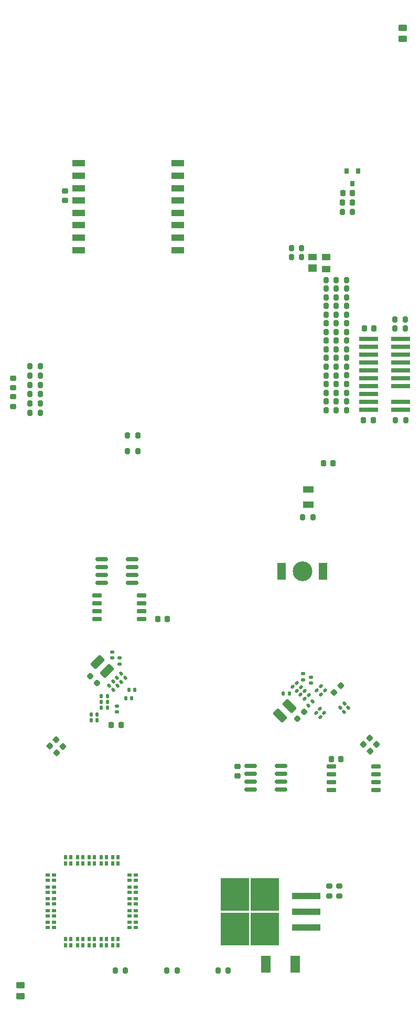
<source format=gbr>
%TF.GenerationSoftware,KiCad,Pcbnew,6.0.2*%
%TF.CreationDate,2022-02-16T12:43:48-06:00*%
%TF.ProjectId,FCB,4643422e-6b69-4636-9164-5f7063625858,A*%
%TF.SameCoordinates,Original*%
%TF.FileFunction,Paste,Bot*%
%TF.FilePolarity,Positive*%
%FSLAX46Y46*%
G04 Gerber Fmt 4.6, Leading zero omitted, Abs format (unit mm)*
G04 Created by KiCad (PCBNEW 6.0.2) date 2022-02-16 12:43:48*
%MOMM*%
%LPD*%
G01*
G04 APERTURE LIST*
G04 Aperture macros list*
%AMRoundRect*
0 Rectangle with rounded corners*
0 $1 Rounding radius*
0 $2 $3 $4 $5 $6 $7 $8 $9 X,Y pos of 4 corners*
0 Add a 4 corners polygon primitive as box body*
4,1,4,$2,$3,$4,$5,$6,$7,$8,$9,$2,$3,0*
0 Add four circle primitives for the rounded corners*
1,1,$1+$1,$2,$3*
1,1,$1+$1,$4,$5*
1,1,$1+$1,$6,$7*
1,1,$1+$1,$8,$9*
0 Add four rect primitives between the rounded corners*
20,1,$1+$1,$2,$3,$4,$5,0*
20,1,$1+$1,$4,$5,$6,$7,0*
20,1,$1+$1,$6,$7,$8,$9,0*
20,1,$1+$1,$8,$9,$2,$3,0*%
G04 Aperture macros list end*
%ADD10C,3.180000*%
%ADD11R,1.400000X2.790000*%
%ADD12RoundRect,0.225000X0.017678X-0.335876X0.335876X-0.017678X-0.017678X0.335876X-0.335876X0.017678X0*%
%ADD13RoundRect,0.200000X0.200000X0.275000X-0.200000X0.275000X-0.200000X-0.275000X0.200000X-0.275000X0*%
%ADD14RoundRect,0.200000X-0.200000X-0.275000X0.200000X-0.275000X0.200000X0.275000X-0.200000X0.275000X0*%
%ADD15R,1.800000X1.000000*%
%ADD16R,2.000000X1.000000*%
%ADD17R,0.800000X0.900000*%
%ADD18RoundRect,0.225000X0.225000X0.250000X-0.225000X0.250000X-0.225000X-0.250000X0.225000X-0.250000X0*%
%ADD19RoundRect,0.249999X-0.450001X0.262501X-0.450001X-0.262501X0.450001X-0.262501X0.450001X0.262501X0*%
%ADD20RoundRect,0.225000X-0.225000X-0.250000X0.225000X-0.250000X0.225000X0.250000X-0.225000X0.250000X0*%
%ADD21RoundRect,0.140000X-0.140000X-0.170000X0.140000X-0.170000X0.140000X0.170000X-0.140000X0.170000X0*%
%ADD22RoundRect,0.218750X0.335876X0.026517X0.026517X0.335876X-0.335876X-0.026517X-0.026517X-0.335876X0*%
%ADD23RoundRect,0.225000X-0.250000X0.225000X-0.250000X-0.225000X0.250000X-0.225000X0.250000X0.225000X0*%
%ADD24RoundRect,0.225000X0.250000X-0.225000X0.250000X0.225000X-0.250000X0.225000X-0.250000X-0.225000X0*%
%ADD25RoundRect,0.200000X0.275000X-0.200000X0.275000X0.200000X-0.275000X0.200000X-0.275000X-0.200000X0*%
%ADD26R,4.600000X1.100000*%
%ADD27R,4.550000X5.250000*%
%ADD28R,1.500000X2.700000*%
%ADD29RoundRect,0.140000X-0.170000X0.140000X-0.170000X-0.140000X0.170000X-0.140000X0.170000X0.140000X0*%
%ADD30RoundRect,0.140000X0.140000X0.170000X-0.140000X0.170000X-0.140000X-0.170000X0.140000X-0.170000X0*%
%ADD31RoundRect,0.140000X-0.021213X0.219203X-0.219203X0.021213X0.021213X-0.219203X0.219203X-0.021213X0*%
%ADD32RoundRect,0.140000X0.021213X-0.219203X0.219203X-0.021213X-0.021213X0.219203X-0.219203X0.021213X0*%
%ADD33RoundRect,0.140000X0.170000X-0.140000X0.170000X0.140000X-0.170000X0.140000X-0.170000X-0.140000X0*%
%ADD34RoundRect,0.250000X0.866206X0.335876X0.335876X0.866206X-0.866206X-0.335876X-0.335876X-0.866206X0*%
%ADD35RoundRect,0.140000X0.219203X0.021213X0.021213X0.219203X-0.219203X-0.021213X-0.021213X-0.219203X0*%
%ADD36RoundRect,0.140000X-0.219203X-0.021213X-0.021213X-0.219203X0.219203X0.021213X0.021213X0.219203X0*%
%ADD37RoundRect,0.150000X-0.650000X-0.150000X0.650000X-0.150000X0.650000X0.150000X-0.650000X0.150000X0*%
%ADD38RoundRect,0.150000X-0.825000X-0.150000X0.825000X-0.150000X0.825000X0.150000X-0.825000X0.150000X0*%
%ADD39RoundRect,0.150000X0.650000X0.150000X-0.650000X0.150000X-0.650000X-0.150000X0.650000X-0.150000X0*%
%ADD40RoundRect,0.150000X0.825000X0.150000X-0.825000X0.150000X-0.825000X-0.150000X0.825000X-0.150000X0*%
%ADD41R,0.720000X0.580000*%
%ADD42R,0.580000X0.720000*%
%ADD43R,1.400000X1.000000*%
%ADD44R,1.400000X1.200000*%
%ADD45RoundRect,0.249999X0.450001X-0.262501X0.450001X0.262501X-0.450001X0.262501X-0.450001X-0.262501X0*%
%ADD46RoundRect,0.218750X-0.026517X0.335876X-0.335876X0.026517X0.026517X-0.335876X0.335876X-0.026517X0*%
%ADD47RoundRect,0.250000X-0.335876X0.866206X-0.866206X0.335876X0.335876X-0.866206X0.866206X-0.335876X0*%
%ADD48RoundRect,0.225000X-0.335876X-0.017678X-0.017678X-0.335876X0.335876X0.017678X0.017678X0.335876X0*%
%ADD49RoundRect,0.225000X0.335876X0.017678X0.017678X0.335876X-0.335876X-0.017678X-0.017678X-0.335876X0*%
%ADD50R,3.125000X0.711000*%
G04 APERTURE END LIST*
D10*
%TO.C,BT601*%
X219630000Y-155740000D03*
D11*
X222995000Y-155740000D03*
X216265000Y-155740000D03*
%TD*%
D12*
%TO.C,C313*%
X225848008Y-174171992D03*
X224751992Y-175268008D03*
%TD*%
D13*
%TO.C,R508*%
X191425000Y-133850000D03*
X193075000Y-133850000D03*
%TD*%
%TO.C,R504*%
X191415000Y-136380000D03*
X193065000Y-136380000D03*
%TD*%
D14*
%TO.C,R503*%
X219525000Y-105050000D03*
X217875000Y-105050000D03*
%TD*%
D13*
%TO.C,R501*%
X217875000Y-103590000D03*
X219525000Y-103590000D03*
%TD*%
%TO.C,R107*%
X206025000Y-220200000D03*
X207675000Y-220200000D03*
%TD*%
%TO.C,R106*%
X197735000Y-220210000D03*
X199385000Y-220210000D03*
%TD*%
%TO.C,R105*%
X189425000Y-220200000D03*
X191075000Y-220200000D03*
%TD*%
D15*
%TO.C,Y601*%
X220600000Y-145000000D03*
X220600000Y-142500000D03*
%TD*%
D16*
%TO.C,U106*%
X183550000Y-89900000D03*
X183550000Y-91900000D03*
X183550000Y-93900000D03*
X183550000Y-95900000D03*
X183550000Y-97900000D03*
X183550000Y-99900000D03*
X183550000Y-101900000D03*
X183550000Y-103900000D03*
X199550000Y-103900000D03*
X199550000Y-101900000D03*
X199550000Y-99900000D03*
X199550000Y-97900000D03*
X199550000Y-95900000D03*
X199550000Y-93900000D03*
X199550000Y-91900000D03*
X199550000Y-89900000D03*
%TD*%
D13*
%TO.C,R101*%
X226085000Y-97770000D03*
X227735000Y-97770000D03*
%TD*%
D17*
%TO.C,IC101*%
X227700000Y-93150000D03*
X228650000Y-91150000D03*
X226750000Y-91150000D03*
%TD*%
D18*
%TO.C,C113*%
X226140000Y-94710000D03*
X227690000Y-94710000D03*
%TD*%
%TO.C,C112*%
X226135000Y-96240000D03*
X227685000Y-96240000D03*
%TD*%
D19*
%TO.C,R998*%
X174075000Y-224362500D03*
X174075000Y-222537500D03*
%TD*%
D20*
%TO.C,C513*%
X188795000Y-180520000D03*
X190345000Y-180520000D03*
%TD*%
D21*
%TO.C,C528*%
X191620000Y-174900000D03*
X192580000Y-174900000D03*
%TD*%
D22*
%TO.C,L503*%
X185393153Y-172653153D03*
X186506847Y-173766847D03*
%TD*%
D13*
%TO.C,R7*%
X175675000Y-130150000D03*
X177325000Y-130150000D03*
%TD*%
%TO.C,R6*%
X175675000Y-128650000D03*
X177325000Y-128650000D03*
%TD*%
%TO.C,R5*%
X175675000Y-127150000D03*
X177325000Y-127150000D03*
%TD*%
%TO.C,R4*%
X175675000Y-125650000D03*
X177325000Y-125650000D03*
%TD*%
%TO.C,R3*%
X175675000Y-124150000D03*
X177325000Y-124150000D03*
%TD*%
%TO.C,R2*%
X175675000Y-122650000D03*
X177325000Y-122650000D03*
%TD*%
D23*
%TO.C,C2*%
X172900000Y-129125000D03*
X172900000Y-127575000D03*
%TD*%
D24*
%TO.C,C1*%
X172900000Y-124575000D03*
X172900000Y-126125000D03*
%TD*%
D25*
%TO.C,R104*%
X224000000Y-206525000D03*
X224000000Y-208175000D03*
%TD*%
%TO.C,R103*%
X225600000Y-206525000D03*
X225600000Y-208175000D03*
%TD*%
D26*
%TO.C,Q101*%
X220275000Y-208160000D03*
X220275000Y-210700000D03*
X220275000Y-213240000D03*
D27*
X208700000Y-213475000D03*
X213550000Y-207925000D03*
X208700000Y-207925000D03*
X213550000Y-213475000D03*
%TD*%
D28*
%TO.C,D102*%
X218500000Y-219200000D03*
X213700000Y-219200000D03*
%TD*%
D29*
%TO.C,C531*%
X189650000Y-178430000D03*
X189650000Y-177470000D03*
%TD*%
D30*
%TO.C,C526*%
X185550000Y-178830000D03*
X186510000Y-178830000D03*
%TD*%
D18*
%TO.C,C520*%
X197825000Y-163470000D03*
X196275000Y-163470000D03*
%TD*%
D30*
%TO.C,C517*%
X187180000Y-175880000D03*
X188140000Y-175880000D03*
%TD*%
D21*
%TO.C,C525*%
X188140000Y-177730000D03*
X187180000Y-177730000D03*
%TD*%
%TO.C,C516*%
X188140000Y-176810000D03*
X187180000Y-176810000D03*
%TD*%
D30*
%TO.C,C514*%
X185550000Y-179810000D03*
X186510000Y-179810000D03*
%TD*%
D31*
%TO.C,C530*%
X189070589Y-174869411D03*
X189749411Y-174190589D03*
%TD*%
D21*
%TO.C,C523*%
X191100000Y-176200000D03*
X192060000Y-176200000D03*
%TD*%
D31*
%TO.C,C522*%
X188420589Y-174219411D03*
X189099411Y-173540589D03*
%TD*%
D32*
%TO.C,C512*%
X190389411Y-172250589D03*
X189710589Y-172929411D03*
%TD*%
D33*
%TO.C,C511*%
X190120000Y-170690000D03*
X190120000Y-169730000D03*
%TD*%
%TO.C,C506*%
X188950000Y-169720000D03*
X188950000Y-168760000D03*
%TD*%
D32*
%TO.C,C505*%
X191039411Y-172900589D03*
X190360589Y-173579411D03*
%TD*%
D34*
%TO.C,L501*%
X186579860Y-170349860D03*
X188100140Y-171870140D03*
%TD*%
D35*
%TO.C,C331*%
X222616088Y-174307590D03*
X223294910Y-174986412D03*
%TD*%
%TO.C,C317*%
X221965550Y-174958128D03*
X222644372Y-175636950D03*
%TD*%
D33*
%TO.C,C328*%
X219770000Y-172280000D03*
X219770000Y-173240000D03*
%TD*%
%TO.C,C323*%
X221000000Y-172820000D03*
X221000000Y-173780000D03*
%TD*%
D30*
%TO.C,C311*%
X216570000Y-175440000D03*
X217530000Y-175440000D03*
%TD*%
D32*
%TO.C,C306*%
X221299411Y-176700589D03*
X220620589Y-177379411D03*
%TD*%
D35*
%TO.C,C325*%
X222485628Y-177963050D03*
X223164450Y-178641872D03*
%TD*%
%TO.C,C316*%
X221835090Y-178613588D03*
X222513912Y-179292410D03*
%TD*%
D32*
%TO.C,C326*%
X227056950Y-177715628D03*
X226378128Y-178394450D03*
%TD*%
%TO.C,C314*%
X226406412Y-177065090D03*
X225727590Y-177743912D03*
%TD*%
D35*
%TO.C,C330*%
X218700589Y-173740589D03*
X219379411Y-174419411D03*
%TD*%
D36*
%TO.C,C322*%
X220019411Y-176349411D03*
X219340589Y-175670589D03*
%TD*%
D35*
%TO.C,C312*%
X218050589Y-174390589D03*
X218729411Y-175069411D03*
%TD*%
D36*
%TO.C,C305*%
X220669411Y-175699411D03*
X219990589Y-175020589D03*
%TD*%
D24*
%TO.C,C111*%
X181270000Y-94325000D03*
X181270000Y-95875000D03*
%TD*%
D14*
%TO.C,R207*%
X223450000Y-126925000D03*
X225100000Y-126925000D03*
X226750000Y-126919920D03*
%TD*%
%TO.C,R220*%
X226750000Y-108719920D03*
X225100000Y-108725000D03*
X223450000Y-108725000D03*
%TD*%
%TO.C,R219*%
X223450000Y-110125000D03*
X225100000Y-110125000D03*
X226750000Y-110119920D03*
%TD*%
%TO.C,R218*%
X226750000Y-111519920D03*
X225100000Y-111525000D03*
X223450000Y-111525000D03*
%TD*%
%TO.C,R217*%
X226750000Y-112919920D03*
X225100000Y-112925000D03*
X223450000Y-112925000D03*
%TD*%
%TO.C,R216*%
X226750000Y-114319920D03*
X225100000Y-114325000D03*
X223450000Y-114325000D03*
%TD*%
%TO.C,R215*%
X226750000Y-115719920D03*
X225100000Y-115725000D03*
X223450000Y-115725000D03*
%TD*%
%TO.C,R214*%
X226750000Y-117119920D03*
X225100000Y-117125000D03*
X223450000Y-117125000D03*
%TD*%
%TO.C,R213*%
X226750000Y-118519920D03*
X225100000Y-118525000D03*
X223450000Y-118525000D03*
%TD*%
%TO.C,R212*%
X226750000Y-119919920D03*
X225100000Y-119925000D03*
X223450000Y-119925000D03*
%TD*%
%TO.C,R211*%
X226750000Y-121319920D03*
X225100000Y-121325000D03*
X223450000Y-121325000D03*
%TD*%
%TO.C,R210*%
X226750000Y-122719920D03*
X225100000Y-122725000D03*
X223450000Y-122725000D03*
%TD*%
%TO.C,R209*%
X223450000Y-124125000D03*
X225100000Y-124125000D03*
X226750000Y-124119920D03*
%TD*%
%TO.C,R208*%
X226750000Y-125519920D03*
X225100000Y-125525000D03*
X223450000Y-125525000D03*
%TD*%
%TO.C,R206*%
X223450000Y-128325000D03*
X225100000Y-128325000D03*
X226750000Y-128319920D03*
%TD*%
%TO.C,R205*%
X223450000Y-129725000D03*
X225100000Y-129725000D03*
X226750000Y-129719920D03*
%TD*%
D37*
%TO.C,U506*%
X186490000Y-163445000D03*
X186490000Y-162175000D03*
X186490000Y-160905000D03*
X186490000Y-159635000D03*
X193690000Y-159635000D03*
X193690000Y-160905000D03*
X193690000Y-162175000D03*
X193690000Y-163445000D03*
%TD*%
D38*
%TO.C,U504*%
X187195000Y-157645000D03*
X187195000Y-156375000D03*
X187195000Y-155105000D03*
X187195000Y-153835000D03*
X192145000Y-153835000D03*
X192145000Y-155105000D03*
X192145000Y-156375000D03*
X192145000Y-157645000D03*
%TD*%
D39*
%TO.C,U306*%
X224300000Y-187245000D03*
X224300000Y-188515000D03*
X224300000Y-189785000D03*
X224300000Y-191055000D03*
X231500000Y-191055000D03*
X231500000Y-189785000D03*
X231500000Y-188515000D03*
X231500000Y-187245000D03*
%TD*%
D40*
%TO.C,U304*%
X211250000Y-187195000D03*
X211250000Y-188465000D03*
X211250000Y-189735000D03*
X211250000Y-191005000D03*
X216200000Y-191005000D03*
X216200000Y-189735000D03*
X216200000Y-188465000D03*
X216200000Y-187195000D03*
%TD*%
D41*
%TO.C,U105*%
X192750000Y-204795000D03*
X191750000Y-204795000D03*
X192750000Y-205645000D03*
X191750000Y-205645000D03*
X192750000Y-206695000D03*
X191750000Y-206695000D03*
X192750000Y-207545000D03*
X191750000Y-207545000D03*
X192750000Y-208595000D03*
X191750000Y-208595000D03*
X192750000Y-209445000D03*
X191750000Y-209445000D03*
X192750000Y-210495000D03*
X191750000Y-210495000D03*
X192750000Y-211345000D03*
X191750000Y-211345000D03*
X192750000Y-212395000D03*
X191750000Y-212395000D03*
X192750000Y-213245000D03*
X191750000Y-213245000D03*
X179550000Y-204795000D03*
X178550000Y-204795000D03*
X179550000Y-205645000D03*
X178550000Y-205645000D03*
X179550000Y-206695000D03*
X178550000Y-206695000D03*
X179550000Y-207545000D03*
X178550000Y-207545000D03*
X179550000Y-208595000D03*
X178550000Y-208595000D03*
X179550000Y-209445000D03*
X178550000Y-209445000D03*
X179550000Y-210495000D03*
X178550000Y-210495000D03*
X179550000Y-211345000D03*
X178550000Y-211345000D03*
X179550000Y-212395000D03*
X179550000Y-213245000D03*
X178550000Y-212395000D03*
X178550000Y-213245000D03*
D42*
X189875000Y-216120000D03*
X189025000Y-216120000D03*
X189875000Y-215120000D03*
X189025000Y-215120000D03*
X187975000Y-216120000D03*
X187125000Y-216120000D03*
X187975000Y-215120000D03*
X187125000Y-215120000D03*
X186075000Y-216120000D03*
X185225000Y-216120000D03*
X186075000Y-215120000D03*
X185225000Y-215120000D03*
X182275000Y-216120000D03*
X183325000Y-216120000D03*
X182275000Y-215120000D03*
X183325000Y-215120000D03*
X184175000Y-216120000D03*
X181425000Y-216120000D03*
X184175000Y-215120000D03*
X181425000Y-215120000D03*
X189875000Y-201920000D03*
X189025000Y-201920000D03*
X189875000Y-202920000D03*
X189025000Y-202920000D03*
X187125000Y-201920000D03*
X187975000Y-201920000D03*
X187125000Y-202920000D03*
X187975000Y-202920000D03*
X186075000Y-201920000D03*
X185225000Y-201920000D03*
X186075000Y-202920000D03*
X185225000Y-202920000D03*
X184175000Y-201920000D03*
X183325000Y-201920000D03*
X184175000Y-202920000D03*
X183325000Y-202920000D03*
X182275000Y-201920000D03*
X181425000Y-201920000D03*
X182275000Y-202920000D03*
X181425000Y-202920000D03*
%TD*%
D43*
%TO.C,U1*%
X223440000Y-106970000D03*
X223440000Y-105070000D03*
X221240000Y-105070000D03*
D44*
X221240000Y-106790000D03*
%TD*%
D13*
%TO.C,R602*%
X219675000Y-147050000D03*
X221325000Y-147050000D03*
%TD*%
D14*
%TO.C,R203*%
X236225000Y-116550000D03*
X234575000Y-116550000D03*
%TD*%
%TO.C,R202*%
X236325000Y-131350000D03*
X234675000Y-131350000D03*
%TD*%
D13*
%TO.C,R201*%
X234575000Y-115100000D03*
X236225000Y-115100000D03*
%TD*%
D45*
%TO.C,R999*%
X235800000Y-67987500D03*
X235800000Y-69812500D03*
%TD*%
D46*
%TO.C,L303*%
X218833153Y-179516847D03*
X219946847Y-178403153D03*
%TD*%
D47*
%TO.C,L301*%
X215989860Y-179010140D03*
X217510140Y-177489860D03*
%TD*%
D20*
%TO.C,C601*%
X224575000Y-138325000D03*
X223025000Y-138325000D03*
%TD*%
D48*
%TO.C,C515*%
X179883984Y-182913984D03*
X180980000Y-184010000D03*
%TD*%
%TO.C,C509*%
X178841992Y-183951992D03*
X179938008Y-185048008D03*
%TD*%
D24*
%TO.C,C321*%
X209150000Y-187200000D03*
X209150000Y-188750000D03*
%TD*%
D18*
%TO.C,C320*%
X224325000Y-186050000D03*
X225875000Y-186050000D03*
%TD*%
D49*
%TO.C,C315*%
X230588008Y-184748008D03*
X229491992Y-183651992D03*
%TD*%
%TO.C,C309*%
X231616466Y-183722050D03*
X230520450Y-182626034D03*
%TD*%
D18*
%TO.C,C202*%
X229525000Y-131350000D03*
X231075000Y-131350000D03*
%TD*%
%TO.C,C201*%
X229625000Y-116550000D03*
X231175000Y-116550000D03*
%TD*%
D50*
%TO.C,J201*%
X235453000Y-118235000D03*
X230297000Y-118235000D03*
X235453000Y-119505000D03*
X230297000Y-119505000D03*
X235453000Y-120775000D03*
X230297000Y-120775000D03*
X235453000Y-122045000D03*
X230297000Y-122045000D03*
X235453000Y-123315000D03*
X230297000Y-123315000D03*
X235453000Y-124585000D03*
X230297000Y-124585000D03*
X235453000Y-125855000D03*
X230297000Y-125855000D03*
X230297000Y-127125000D03*
X235453000Y-128395000D03*
X230297000Y-128395000D03*
X235453000Y-129665000D03*
X230297000Y-129665000D03*
%TD*%
M02*

</source>
